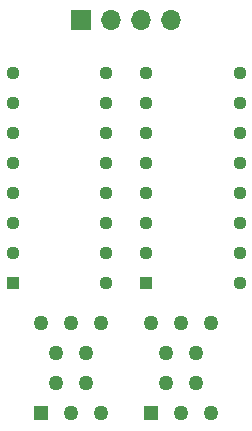
<source format=gbr>
%TF.GenerationSoftware,KiCad,Pcbnew,(6.0.10)*%
%TF.CreationDate,2023-05-16T15:36:24-07:00*%
%TF.ProjectId,SevenSegment,53657665-6e53-4656-976d-656e742e6b69,rev?*%
%TF.SameCoordinates,Original*%
%TF.FileFunction,Soldermask,Bot*%
%TF.FilePolarity,Negative*%
%FSLAX46Y46*%
G04 Gerber Fmt 4.6, Leading zero omitted, Abs format (unit mm)*
G04 Created by KiCad (PCBNEW (6.0.10)) date 2023-05-16 15:36:24*
%MOMM*%
%LPD*%
G01*
G04 APERTURE LIST*
%ADD10C,1.270000*%
%ADD11R,1.270000X1.270000*%
%ADD12R,1.130000X1.130000*%
%ADD13C,1.130000*%
%ADD14R,1.700000X1.700000*%
%ADD15O,1.700000X1.700000*%
G04 APERTURE END LIST*
D10*
%TO.C,DS-TENS1*%
X97060000Y-104990000D03*
X98330000Y-107530000D03*
X99600000Y-104990000D03*
X100870000Y-107530000D03*
X102140000Y-104990000D03*
X102140000Y-112610000D03*
X100870000Y-110070000D03*
X99600000Y-112610000D03*
X98330000Y-110070000D03*
D11*
X97060000Y-112610000D03*
%TD*%
D10*
%TO.C,DS-ONES1*%
X106360000Y-104990000D03*
X107630000Y-107530000D03*
X108900000Y-104990000D03*
X110170000Y-107530000D03*
X111440000Y-104990000D03*
X111440000Y-112610000D03*
X110170000Y-110070000D03*
X108900000Y-112610000D03*
X107630000Y-110070000D03*
D11*
X106360000Y-112610000D03*
%TD*%
D12*
%TO.C,IC2*%
X105930000Y-101590000D03*
D13*
X105930000Y-99050000D03*
X105930000Y-96510000D03*
X105930000Y-93970000D03*
X105930000Y-91430000D03*
X105930000Y-88890000D03*
X105930000Y-86350000D03*
X105930000Y-83810000D03*
X113870000Y-83810000D03*
X113870000Y-86350000D03*
X113870000Y-88890000D03*
X113870000Y-91430000D03*
X113870000Y-93970000D03*
X113870000Y-96510000D03*
X113870000Y-99050000D03*
X113870000Y-101590000D03*
%TD*%
%TO.C,IC1*%
X102570000Y-101590000D03*
X102570000Y-99050000D03*
X102570000Y-96510000D03*
X102570000Y-93970000D03*
X102570000Y-91430000D03*
X102570000Y-88890000D03*
X102570000Y-86350000D03*
X102570000Y-83810000D03*
X94630000Y-83810000D03*
X94630000Y-86350000D03*
X94630000Y-88890000D03*
X94630000Y-91430000D03*
X94630000Y-93970000D03*
X94630000Y-96510000D03*
X94630000Y-99050000D03*
D12*
X94630000Y-101590000D03*
%TD*%
D14*
%TO.C,J1*%
X100390000Y-79300000D03*
D15*
X102930000Y-79300000D03*
X105470000Y-79300000D03*
X108010000Y-79300000D03*
%TD*%
M02*

</source>
